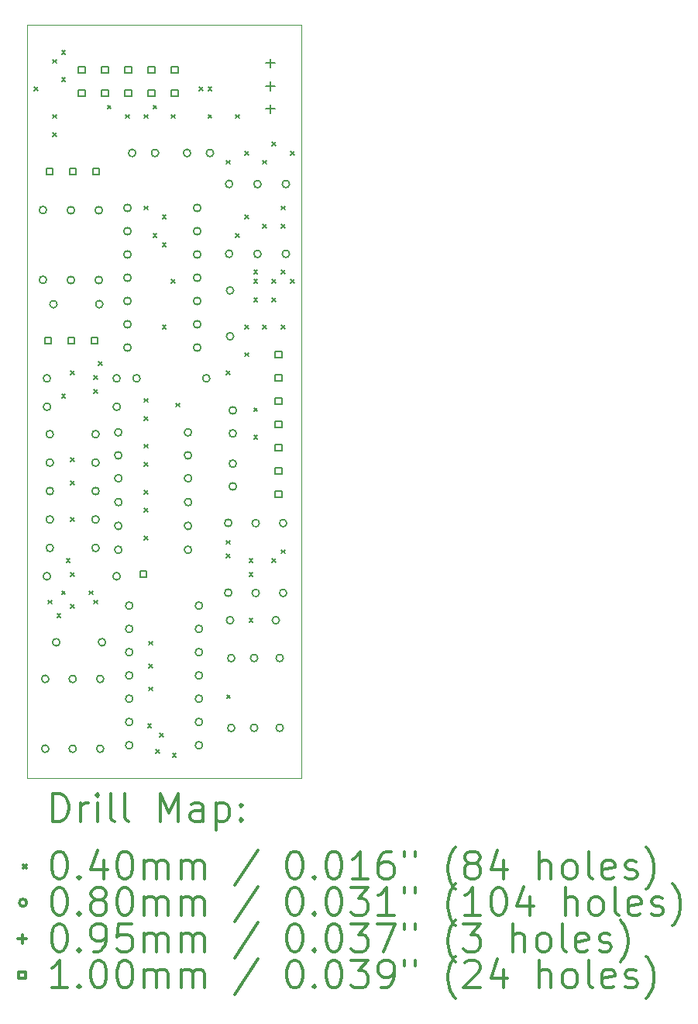
<source format=gbr>
%FSLAX45Y45*%
G04 Gerber Fmt 4.5, Leading zero omitted, Abs format (unit mm)*
G04 Created by KiCad (PCBNEW 5.1.9+dfsg1-1~bpo10+1) date 2022-03-11 22:21:22*
%MOMM*%
%LPD*%
G01*
G04 APERTURE LIST*
%TA.AperFunction,Profile*%
%ADD10C,0.050000*%
%TD*%
%ADD11C,0.200000*%
%ADD12C,0.300000*%
G04 APERTURE END LIST*
D10*
X13400000Y-13525000D02*
X13400000Y-5300000D01*
X10400000Y-13525000D02*
X13400000Y-13525000D01*
X10400000Y-5300000D02*
X10400000Y-13525000D01*
X10400000Y-5300000D02*
X13400000Y-5300000D01*
D11*
X10480000Y-5980000D02*
X10520000Y-6020000D01*
X10520000Y-5980000D02*
X10480000Y-6020000D01*
X10630000Y-11580000D02*
X10670000Y-11620000D01*
X10670000Y-11580000D02*
X10630000Y-11620000D01*
X10680000Y-5680000D02*
X10720000Y-5720000D01*
X10720000Y-5680000D02*
X10680000Y-5720000D01*
X10680000Y-6280000D02*
X10720000Y-6320000D01*
X10720000Y-6280000D02*
X10680000Y-6320000D01*
X10680000Y-6480000D02*
X10720000Y-6520000D01*
X10720000Y-6480000D02*
X10680000Y-6520000D01*
X10730000Y-11730000D02*
X10770000Y-11770000D01*
X10770000Y-11730000D02*
X10730000Y-11770000D01*
X10780000Y-5580000D02*
X10820000Y-5620000D01*
X10820000Y-5580000D02*
X10780000Y-5620000D01*
X10780000Y-5880000D02*
X10820000Y-5920000D01*
X10820000Y-5880000D02*
X10780000Y-5920000D01*
X10780000Y-9330000D02*
X10820000Y-9370000D01*
X10820000Y-9330000D02*
X10780000Y-9370000D01*
X10780000Y-11480000D02*
X10820000Y-11520000D01*
X10820000Y-11480000D02*
X10780000Y-11520000D01*
X10830000Y-11130000D02*
X10870000Y-11170000D01*
X10870000Y-11130000D02*
X10830000Y-11170000D01*
X10880000Y-9080000D02*
X10920000Y-9120000D01*
X10920000Y-9080000D02*
X10880000Y-9120000D01*
X10880000Y-10030000D02*
X10920000Y-10070000D01*
X10920000Y-10030000D02*
X10880000Y-10070000D01*
X10880000Y-10280000D02*
X10920000Y-10320000D01*
X10920000Y-10280000D02*
X10880000Y-10320000D01*
X10880000Y-10680000D02*
X10920000Y-10720000D01*
X10920000Y-10680000D02*
X10880000Y-10720000D01*
X10880000Y-11280000D02*
X10920000Y-11320000D01*
X10920000Y-11280000D02*
X10880000Y-11320000D01*
X10880000Y-11630000D02*
X10920000Y-11670000D01*
X10920000Y-11630000D02*
X10880000Y-11670000D01*
X11080000Y-11480000D02*
X11120000Y-11520000D01*
X11120000Y-11480000D02*
X11080000Y-11520000D01*
X11130000Y-9130000D02*
X11170000Y-9170000D01*
X11170000Y-9130000D02*
X11130000Y-9170000D01*
X11130000Y-9280000D02*
X11170000Y-9320000D01*
X11170000Y-9280000D02*
X11130000Y-9320000D01*
X11130000Y-11580000D02*
X11170000Y-11620000D01*
X11170000Y-11580000D02*
X11130000Y-11620000D01*
X11180000Y-8980000D02*
X11220000Y-9020000D01*
X11220000Y-8980000D02*
X11180000Y-9020000D01*
X11280000Y-6180000D02*
X11320000Y-6220000D01*
X11320000Y-6180000D02*
X11280000Y-6220000D01*
X11480000Y-6280000D02*
X11520000Y-6320000D01*
X11520000Y-6280000D02*
X11480000Y-6320000D01*
X11680000Y-6280000D02*
X11720000Y-6320000D01*
X11720000Y-6280000D02*
X11680000Y-6320000D01*
X11680000Y-7280000D02*
X11720000Y-7320000D01*
X11720000Y-7280000D02*
X11680000Y-7320000D01*
X11680000Y-9380000D02*
X11720000Y-9420000D01*
X11720000Y-9380000D02*
X11680000Y-9420000D01*
X11680000Y-9580000D02*
X11720000Y-9620000D01*
X11720000Y-9580000D02*
X11680000Y-9620000D01*
X11680000Y-9880000D02*
X11720000Y-9920000D01*
X11720000Y-9880000D02*
X11680000Y-9920000D01*
X11680000Y-10080000D02*
X11720000Y-10120000D01*
X11720000Y-10080000D02*
X11680000Y-10120000D01*
X11680000Y-10380000D02*
X11720000Y-10420000D01*
X11720000Y-10380000D02*
X11680000Y-10420000D01*
X11680000Y-10580000D02*
X11720000Y-10620000D01*
X11720000Y-10580000D02*
X11680000Y-10620000D01*
X11680000Y-10880000D02*
X11720000Y-10920000D01*
X11720000Y-10880000D02*
X11680000Y-10920000D01*
X11720000Y-12930000D02*
X11760000Y-12970000D01*
X11760000Y-12930000D02*
X11720000Y-12970000D01*
X11730000Y-12030000D02*
X11770000Y-12070000D01*
X11770000Y-12030000D02*
X11730000Y-12070000D01*
X11730000Y-12280000D02*
X11770000Y-12320000D01*
X11770000Y-12280000D02*
X11730000Y-12320000D01*
X11730000Y-12530000D02*
X11770000Y-12570000D01*
X11770000Y-12530000D02*
X11730000Y-12570000D01*
X11780000Y-6180000D02*
X11820000Y-6220000D01*
X11820000Y-6180000D02*
X11780000Y-6220000D01*
X11780000Y-7580000D02*
X11820000Y-7620000D01*
X11820000Y-7580000D02*
X11780000Y-7620000D01*
X11810000Y-13210000D02*
X11850000Y-13250000D01*
X11850000Y-13210000D02*
X11810000Y-13250000D01*
X11850000Y-13030000D02*
X11890000Y-13070000D01*
X11890000Y-13030000D02*
X11850000Y-13070000D01*
X11880000Y-7380000D02*
X11920000Y-7420000D01*
X11920000Y-7380000D02*
X11880000Y-7420000D01*
X11880000Y-7680000D02*
X11920000Y-7720000D01*
X11920000Y-7680000D02*
X11880000Y-7720000D01*
X11880000Y-8580000D02*
X11920000Y-8620000D01*
X11920000Y-8580000D02*
X11880000Y-8620000D01*
X11980000Y-6280000D02*
X12020000Y-6320000D01*
X12020000Y-6280000D02*
X11980000Y-6320000D01*
X11980000Y-8080000D02*
X12020000Y-8120000D01*
X12020000Y-8080000D02*
X11980000Y-8120000D01*
X11990000Y-13250000D02*
X12030000Y-13290000D01*
X12030000Y-13250000D02*
X11990000Y-13290000D01*
X12030000Y-9430000D02*
X12070000Y-9470000D01*
X12070000Y-9430000D02*
X12030000Y-9470000D01*
X12280000Y-5980000D02*
X12320000Y-6020000D01*
X12320000Y-5980000D02*
X12280000Y-6020000D01*
X12380000Y-5980000D02*
X12420000Y-6020000D01*
X12420000Y-5980000D02*
X12380000Y-6020000D01*
X12380000Y-6280000D02*
X12420000Y-6320000D01*
X12420000Y-6280000D02*
X12380000Y-6320000D01*
X12580000Y-6780000D02*
X12620000Y-6820000D01*
X12620000Y-6780000D02*
X12580000Y-6820000D01*
X12580000Y-9080000D02*
X12620000Y-9120000D01*
X12620000Y-9080000D02*
X12580000Y-9120000D01*
X12580000Y-10930000D02*
X12620000Y-10970000D01*
X12620000Y-10930000D02*
X12580000Y-10970000D01*
X12580000Y-11080000D02*
X12620000Y-11120000D01*
X12620000Y-11080000D02*
X12580000Y-11120000D01*
X12582700Y-12614150D02*
X12622700Y-12654150D01*
X12622700Y-12614150D02*
X12582700Y-12654150D01*
X12680000Y-6280000D02*
X12720000Y-6320000D01*
X12720000Y-6280000D02*
X12680000Y-6320000D01*
X12680000Y-7580000D02*
X12720000Y-7620000D01*
X12720000Y-7580000D02*
X12680000Y-7620000D01*
X12780000Y-6680000D02*
X12820000Y-6720000D01*
X12820000Y-6680000D02*
X12780000Y-6720000D01*
X12780000Y-7380000D02*
X12820000Y-7420000D01*
X12820000Y-7380000D02*
X12780000Y-7420000D01*
X12780000Y-8580000D02*
X12820000Y-8620000D01*
X12820000Y-8580000D02*
X12780000Y-8620000D01*
X12780000Y-8880000D02*
X12820000Y-8920000D01*
X12820000Y-8880000D02*
X12780000Y-8920000D01*
X12830000Y-11130000D02*
X12870000Y-11170000D01*
X12870000Y-11130000D02*
X12830000Y-11170000D01*
X12830000Y-11280000D02*
X12870000Y-11320000D01*
X12870000Y-11280000D02*
X12830000Y-11320000D01*
X12830000Y-11780000D02*
X12870000Y-11820000D01*
X12870000Y-11780000D02*
X12830000Y-11820000D01*
X12880000Y-7980000D02*
X12920000Y-8020000D01*
X12920000Y-7980000D02*
X12880000Y-8020000D01*
X12880000Y-8080000D02*
X12920000Y-8120000D01*
X12920000Y-8080000D02*
X12880000Y-8120000D01*
X12880000Y-8280000D02*
X12920000Y-8320000D01*
X12920000Y-8280000D02*
X12880000Y-8320000D01*
X12880000Y-9480000D02*
X12920000Y-9520000D01*
X12920000Y-9480000D02*
X12880000Y-9520000D01*
X12880000Y-9780000D02*
X12920000Y-9820000D01*
X12920000Y-9780000D02*
X12880000Y-9820000D01*
X12980000Y-6780000D02*
X13020000Y-6820000D01*
X13020000Y-6780000D02*
X12980000Y-6820000D01*
X12980000Y-7480000D02*
X13020000Y-7520000D01*
X13020000Y-7480000D02*
X12980000Y-7520000D01*
X12980000Y-8580000D02*
X13020000Y-8620000D01*
X13020000Y-8580000D02*
X12980000Y-8620000D01*
X13080000Y-6580000D02*
X13120000Y-6620000D01*
X13120000Y-6580000D02*
X13080000Y-6620000D01*
X13080000Y-8080000D02*
X13120000Y-8120000D01*
X13120000Y-8080000D02*
X13080000Y-8120000D01*
X13080000Y-8280000D02*
X13120000Y-8320000D01*
X13120000Y-8280000D02*
X13080000Y-8320000D01*
X13080000Y-11130000D02*
X13120000Y-11170000D01*
X13120000Y-11130000D02*
X13080000Y-11170000D01*
X13180000Y-7280000D02*
X13220000Y-7320000D01*
X13220000Y-7280000D02*
X13180000Y-7320000D01*
X13180000Y-7480000D02*
X13220000Y-7520000D01*
X13220000Y-7480000D02*
X13180000Y-7520000D01*
X13180000Y-7980000D02*
X13220000Y-8020000D01*
X13220000Y-7980000D02*
X13180000Y-8020000D01*
X13180000Y-8580000D02*
X13220000Y-8620000D01*
X13220000Y-8580000D02*
X13180000Y-8620000D01*
X13180000Y-11030000D02*
X13220000Y-11070000D01*
X13220000Y-11030000D02*
X13180000Y-11070000D01*
X13280000Y-6680000D02*
X13320000Y-6720000D01*
X13320000Y-6680000D02*
X13280000Y-6720000D01*
X13280000Y-8080000D02*
X13320000Y-8120000D01*
X13320000Y-8080000D02*
X13280000Y-8120000D01*
X10615000Y-7323000D02*
G75*
G03*
X10615000Y-7323000I-40000J0D01*
G01*
X10615000Y-8085000D02*
G75*
G03*
X10615000Y-8085000I-40000J0D01*
G01*
X10640000Y-12440000D02*
G75*
G03*
X10640000Y-12440000I-40000J0D01*
G01*
X10640000Y-13202000D02*
G75*
G03*
X10640000Y-13202000I-40000J0D01*
G01*
X10658000Y-9160000D02*
G75*
G03*
X10658000Y-9160000I-40000J0D01*
G01*
X10658000Y-11320000D02*
G75*
G03*
X10658000Y-11320000I-40000J0D01*
G01*
X10660000Y-9470000D02*
G75*
G03*
X10660000Y-9470000I-40000J0D01*
G01*
X10690000Y-9770000D02*
G75*
G03*
X10690000Y-9770000I-40000J0D01*
G01*
X10690000Y-10080000D02*
G75*
G03*
X10690000Y-10080000I-40000J0D01*
G01*
X10690000Y-10390000D02*
G75*
G03*
X10690000Y-10390000I-40000J0D01*
G01*
X10690000Y-10700000D02*
G75*
G03*
X10690000Y-10700000I-40000J0D01*
G01*
X10690000Y-11010000D02*
G75*
G03*
X10690000Y-11010000I-40000J0D01*
G01*
X10730000Y-8350000D02*
G75*
G03*
X10730000Y-8350000I-40000J0D01*
G01*
X10760000Y-12040000D02*
G75*
G03*
X10760000Y-12040000I-40000J0D01*
G01*
X10920000Y-7325000D02*
G75*
G03*
X10920000Y-7325000I-40000J0D01*
G01*
X10920000Y-8087000D02*
G75*
G03*
X10920000Y-8087000I-40000J0D01*
G01*
X10940000Y-12440000D02*
G75*
G03*
X10940000Y-12440000I-40000J0D01*
G01*
X10940000Y-13202000D02*
G75*
G03*
X10940000Y-13202000I-40000J0D01*
G01*
X11190000Y-9770000D02*
G75*
G03*
X11190000Y-9770000I-40000J0D01*
G01*
X11190000Y-10080000D02*
G75*
G03*
X11190000Y-10080000I-40000J0D01*
G01*
X11190000Y-10390000D02*
G75*
G03*
X11190000Y-10390000I-40000J0D01*
G01*
X11190000Y-10700000D02*
G75*
G03*
X11190000Y-10700000I-40000J0D01*
G01*
X11190000Y-11010000D02*
G75*
G03*
X11190000Y-11010000I-40000J0D01*
G01*
X11225000Y-7325000D02*
G75*
G03*
X11225000Y-7325000I-40000J0D01*
G01*
X11225000Y-8087000D02*
G75*
G03*
X11225000Y-8087000I-40000J0D01*
G01*
X11230000Y-8350000D02*
G75*
G03*
X11230000Y-8350000I-40000J0D01*
G01*
X11240000Y-12440000D02*
G75*
G03*
X11240000Y-12440000I-40000J0D01*
G01*
X11240000Y-13202000D02*
G75*
G03*
X11240000Y-13202000I-40000J0D01*
G01*
X11260000Y-12040000D02*
G75*
G03*
X11260000Y-12040000I-40000J0D01*
G01*
X11420000Y-9160000D02*
G75*
G03*
X11420000Y-9160000I-40000J0D01*
G01*
X11420000Y-11320000D02*
G75*
G03*
X11420000Y-11320000I-40000J0D01*
G01*
X11422000Y-9470000D02*
G75*
G03*
X11422000Y-9470000I-40000J0D01*
G01*
X11438000Y-9750000D02*
G75*
G03*
X11438000Y-9750000I-40000J0D01*
G01*
X11438000Y-10000000D02*
G75*
G03*
X11438000Y-10000000I-40000J0D01*
G01*
X11438000Y-10250000D02*
G75*
G03*
X11438000Y-10250000I-40000J0D01*
G01*
X11438000Y-10770000D02*
G75*
G03*
X11438000Y-10770000I-40000J0D01*
G01*
X11438000Y-11030000D02*
G75*
G03*
X11438000Y-11030000I-40000J0D01*
G01*
X11440000Y-10510000D02*
G75*
G03*
X11440000Y-10510000I-40000J0D01*
G01*
X11538000Y-7300000D02*
G75*
G03*
X11538000Y-7300000I-40000J0D01*
G01*
X11538000Y-7554000D02*
G75*
G03*
X11538000Y-7554000I-40000J0D01*
G01*
X11538000Y-7808000D02*
G75*
G03*
X11538000Y-7808000I-40000J0D01*
G01*
X11538000Y-8062000D02*
G75*
G03*
X11538000Y-8062000I-40000J0D01*
G01*
X11538000Y-8316000D02*
G75*
G03*
X11538000Y-8316000I-40000J0D01*
G01*
X11538000Y-8570000D02*
G75*
G03*
X11538000Y-8570000I-40000J0D01*
G01*
X11538000Y-8824000D02*
G75*
G03*
X11538000Y-8824000I-40000J0D01*
G01*
X11558000Y-11640000D02*
G75*
G03*
X11558000Y-11640000I-40000J0D01*
G01*
X11558000Y-11894000D02*
G75*
G03*
X11558000Y-11894000I-40000J0D01*
G01*
X11558000Y-12148000D02*
G75*
G03*
X11558000Y-12148000I-40000J0D01*
G01*
X11558000Y-12402000D02*
G75*
G03*
X11558000Y-12402000I-40000J0D01*
G01*
X11558000Y-12656000D02*
G75*
G03*
X11558000Y-12656000I-40000J0D01*
G01*
X11558000Y-12910000D02*
G75*
G03*
X11558000Y-12910000I-40000J0D01*
G01*
X11558000Y-13164000D02*
G75*
G03*
X11558000Y-13164000I-40000J0D01*
G01*
X11590000Y-6700000D02*
G75*
G03*
X11590000Y-6700000I-40000J0D01*
G01*
X11638000Y-9160000D02*
G75*
G03*
X11638000Y-9160000I-40000J0D01*
G01*
X11840000Y-6700000D02*
G75*
G03*
X11840000Y-6700000I-40000J0D01*
G01*
X12190000Y-6700000D02*
G75*
G03*
X12190000Y-6700000I-40000J0D01*
G01*
X12200000Y-9750000D02*
G75*
G03*
X12200000Y-9750000I-40000J0D01*
G01*
X12200000Y-10000000D02*
G75*
G03*
X12200000Y-10000000I-40000J0D01*
G01*
X12200000Y-10250000D02*
G75*
G03*
X12200000Y-10250000I-40000J0D01*
G01*
X12200000Y-10770000D02*
G75*
G03*
X12200000Y-10770000I-40000J0D01*
G01*
X12200000Y-11030000D02*
G75*
G03*
X12200000Y-11030000I-40000J0D01*
G01*
X12202000Y-10510000D02*
G75*
G03*
X12202000Y-10510000I-40000J0D01*
G01*
X12300000Y-7300000D02*
G75*
G03*
X12300000Y-7300000I-40000J0D01*
G01*
X12300000Y-7554000D02*
G75*
G03*
X12300000Y-7554000I-40000J0D01*
G01*
X12300000Y-7808000D02*
G75*
G03*
X12300000Y-7808000I-40000J0D01*
G01*
X12300000Y-8062000D02*
G75*
G03*
X12300000Y-8062000I-40000J0D01*
G01*
X12300000Y-8316000D02*
G75*
G03*
X12300000Y-8316000I-40000J0D01*
G01*
X12300000Y-8570000D02*
G75*
G03*
X12300000Y-8570000I-40000J0D01*
G01*
X12300000Y-8824000D02*
G75*
G03*
X12300000Y-8824000I-40000J0D01*
G01*
X12320000Y-11640000D02*
G75*
G03*
X12320000Y-11640000I-40000J0D01*
G01*
X12320000Y-11894000D02*
G75*
G03*
X12320000Y-11894000I-40000J0D01*
G01*
X12320000Y-12148000D02*
G75*
G03*
X12320000Y-12148000I-40000J0D01*
G01*
X12320000Y-12402000D02*
G75*
G03*
X12320000Y-12402000I-40000J0D01*
G01*
X12320000Y-12656000D02*
G75*
G03*
X12320000Y-12656000I-40000J0D01*
G01*
X12320000Y-12910000D02*
G75*
G03*
X12320000Y-12910000I-40000J0D01*
G01*
X12320000Y-13164000D02*
G75*
G03*
X12320000Y-13164000I-40000J0D01*
G01*
X12400000Y-9160000D02*
G75*
G03*
X12400000Y-9160000I-40000J0D01*
G01*
X12440000Y-6700000D02*
G75*
G03*
X12440000Y-6700000I-40000J0D01*
G01*
X12640000Y-10738000D02*
G75*
G03*
X12640000Y-10738000I-40000J0D01*
G01*
X12640000Y-11500000D02*
G75*
G03*
X12640000Y-11500000I-40000J0D01*
G01*
X12650000Y-7038000D02*
G75*
G03*
X12650000Y-7038000I-40000J0D01*
G01*
X12650000Y-7800000D02*
G75*
G03*
X12650000Y-7800000I-40000J0D01*
G01*
X12660000Y-8200000D02*
G75*
G03*
X12660000Y-8200000I-40000J0D01*
G01*
X12660000Y-8700000D02*
G75*
G03*
X12660000Y-8700000I-40000J0D01*
G01*
X12660000Y-11800000D02*
G75*
G03*
X12660000Y-11800000I-40000J0D01*
G01*
X12672700Y-12214150D02*
G75*
G03*
X12672700Y-12214150I-40000J0D01*
G01*
X12672700Y-12976150D02*
G75*
G03*
X12672700Y-12976150I-40000J0D01*
G01*
X12690000Y-9510000D02*
G75*
G03*
X12690000Y-9510000I-40000J0D01*
G01*
X12690000Y-9760000D02*
G75*
G03*
X12690000Y-9760000I-40000J0D01*
G01*
X12690000Y-10090000D02*
G75*
G03*
X12690000Y-10090000I-40000J0D01*
G01*
X12690000Y-10340000D02*
G75*
G03*
X12690000Y-10340000I-40000J0D01*
G01*
X12922700Y-12212150D02*
G75*
G03*
X12922700Y-12212150I-40000J0D01*
G01*
X12922700Y-12974150D02*
G75*
G03*
X12922700Y-12974150I-40000J0D01*
G01*
X12940000Y-10740000D02*
G75*
G03*
X12940000Y-10740000I-40000J0D01*
G01*
X12940000Y-11502000D02*
G75*
G03*
X12940000Y-11502000I-40000J0D01*
G01*
X12960000Y-7040000D02*
G75*
G03*
X12960000Y-7040000I-40000J0D01*
G01*
X12960000Y-7802000D02*
G75*
G03*
X12960000Y-7802000I-40000J0D01*
G01*
X13160000Y-11800000D02*
G75*
G03*
X13160000Y-11800000I-40000J0D01*
G01*
X13202700Y-12212150D02*
G75*
G03*
X13202700Y-12212150I-40000J0D01*
G01*
X13202700Y-12974150D02*
G75*
G03*
X13202700Y-12974150I-40000J0D01*
G01*
X13240000Y-10740000D02*
G75*
G03*
X13240000Y-10740000I-40000J0D01*
G01*
X13240000Y-11502000D02*
G75*
G03*
X13240000Y-11502000I-40000J0D01*
G01*
X13270000Y-7038000D02*
G75*
G03*
X13270000Y-7038000I-40000J0D01*
G01*
X13270000Y-7800000D02*
G75*
G03*
X13270000Y-7800000I-40000J0D01*
G01*
X13060000Y-5672500D02*
X13060000Y-5767500D01*
X13012500Y-5720000D02*
X13107500Y-5720000D01*
X13060000Y-5922500D02*
X13060000Y-6017500D01*
X13012500Y-5970000D02*
X13107500Y-5970000D01*
X13060000Y-6172500D02*
X13060000Y-6267500D01*
X13012500Y-6220000D02*
X13107500Y-6220000D01*
X10667356Y-8785356D02*
X10667356Y-8714644D01*
X10596644Y-8714644D01*
X10596644Y-8785356D01*
X10667356Y-8785356D01*
X10685356Y-6935356D02*
X10685356Y-6864644D01*
X10614644Y-6864644D01*
X10614644Y-6935356D01*
X10685356Y-6935356D01*
X10921356Y-8785356D02*
X10921356Y-8714644D01*
X10850644Y-8714644D01*
X10850644Y-8785356D01*
X10921356Y-8785356D01*
X10939356Y-6935356D02*
X10939356Y-6864644D01*
X10868644Y-6864644D01*
X10868644Y-6935356D01*
X10939356Y-6935356D01*
X11035356Y-5825356D02*
X11035356Y-5754644D01*
X10964644Y-5754644D01*
X10964644Y-5825356D01*
X11035356Y-5825356D01*
X11035356Y-6079356D02*
X11035356Y-6008644D01*
X10964644Y-6008644D01*
X10964644Y-6079356D01*
X11035356Y-6079356D01*
X11175356Y-8785356D02*
X11175356Y-8714644D01*
X11104644Y-8714644D01*
X11104644Y-8785356D01*
X11175356Y-8785356D01*
X11193356Y-6935356D02*
X11193356Y-6864644D01*
X11122644Y-6864644D01*
X11122644Y-6935356D01*
X11193356Y-6935356D01*
X11289356Y-5825356D02*
X11289356Y-5754644D01*
X11218644Y-5754644D01*
X11218644Y-5825356D01*
X11289356Y-5825356D01*
X11289356Y-6079356D02*
X11289356Y-6008644D01*
X11218644Y-6008644D01*
X11218644Y-6079356D01*
X11289356Y-6079356D01*
X11543356Y-5825356D02*
X11543356Y-5754644D01*
X11472644Y-5754644D01*
X11472644Y-5825356D01*
X11543356Y-5825356D01*
X11543356Y-6079356D02*
X11543356Y-6008644D01*
X11472644Y-6008644D01*
X11472644Y-6079356D01*
X11543356Y-6079356D01*
X11706656Y-11333356D02*
X11706656Y-11262644D01*
X11635944Y-11262644D01*
X11635944Y-11333356D01*
X11706656Y-11333356D01*
X11797356Y-5825356D02*
X11797356Y-5754644D01*
X11726644Y-5754644D01*
X11726644Y-5825356D01*
X11797356Y-5825356D01*
X11797356Y-6079356D02*
X11797356Y-6008644D01*
X11726644Y-6008644D01*
X11726644Y-6079356D01*
X11797356Y-6079356D01*
X12051356Y-5825356D02*
X12051356Y-5754644D01*
X11980644Y-5754644D01*
X11980644Y-5825356D01*
X12051356Y-5825356D01*
X12051356Y-6079356D02*
X12051356Y-6008644D01*
X11980644Y-6008644D01*
X11980644Y-6079356D01*
X12051356Y-6079356D01*
X13185356Y-8935356D02*
X13185356Y-8864644D01*
X13114644Y-8864644D01*
X13114644Y-8935356D01*
X13185356Y-8935356D01*
X13185356Y-9189356D02*
X13185356Y-9118644D01*
X13114644Y-9118644D01*
X13114644Y-9189356D01*
X13185356Y-9189356D01*
X13185356Y-9443356D02*
X13185356Y-9372644D01*
X13114644Y-9372644D01*
X13114644Y-9443356D01*
X13185356Y-9443356D01*
X13185356Y-9697356D02*
X13185356Y-9626644D01*
X13114644Y-9626644D01*
X13114644Y-9697356D01*
X13185356Y-9697356D01*
X13185356Y-9951356D02*
X13185356Y-9880644D01*
X13114644Y-9880644D01*
X13114644Y-9951356D01*
X13185356Y-9951356D01*
X13185356Y-10205356D02*
X13185356Y-10134644D01*
X13114644Y-10134644D01*
X13114644Y-10205356D01*
X13185356Y-10205356D01*
X13185356Y-10459356D02*
X13185356Y-10388644D01*
X13114644Y-10388644D01*
X13114644Y-10459356D01*
X13185356Y-10459356D01*
D12*
X10683928Y-13993214D02*
X10683928Y-13693214D01*
X10755357Y-13693214D01*
X10798214Y-13707500D01*
X10826786Y-13736071D01*
X10841071Y-13764643D01*
X10855357Y-13821786D01*
X10855357Y-13864643D01*
X10841071Y-13921786D01*
X10826786Y-13950357D01*
X10798214Y-13978929D01*
X10755357Y-13993214D01*
X10683928Y-13993214D01*
X10983928Y-13993214D02*
X10983928Y-13793214D01*
X10983928Y-13850357D02*
X10998214Y-13821786D01*
X11012500Y-13807500D01*
X11041071Y-13793214D01*
X11069643Y-13793214D01*
X11169643Y-13993214D02*
X11169643Y-13793214D01*
X11169643Y-13693214D02*
X11155357Y-13707500D01*
X11169643Y-13721786D01*
X11183928Y-13707500D01*
X11169643Y-13693214D01*
X11169643Y-13721786D01*
X11355357Y-13993214D02*
X11326786Y-13978929D01*
X11312500Y-13950357D01*
X11312500Y-13693214D01*
X11512500Y-13993214D02*
X11483928Y-13978929D01*
X11469643Y-13950357D01*
X11469643Y-13693214D01*
X11855357Y-13993214D02*
X11855357Y-13693214D01*
X11955357Y-13907500D01*
X12055357Y-13693214D01*
X12055357Y-13993214D01*
X12326786Y-13993214D02*
X12326786Y-13836071D01*
X12312500Y-13807500D01*
X12283928Y-13793214D01*
X12226786Y-13793214D01*
X12198214Y-13807500D01*
X12326786Y-13978929D02*
X12298214Y-13993214D01*
X12226786Y-13993214D01*
X12198214Y-13978929D01*
X12183928Y-13950357D01*
X12183928Y-13921786D01*
X12198214Y-13893214D01*
X12226786Y-13878929D01*
X12298214Y-13878929D01*
X12326786Y-13864643D01*
X12469643Y-13793214D02*
X12469643Y-14093214D01*
X12469643Y-13807500D02*
X12498214Y-13793214D01*
X12555357Y-13793214D01*
X12583928Y-13807500D01*
X12598214Y-13821786D01*
X12612500Y-13850357D01*
X12612500Y-13936071D01*
X12598214Y-13964643D01*
X12583928Y-13978929D01*
X12555357Y-13993214D01*
X12498214Y-13993214D01*
X12469643Y-13978929D01*
X12741071Y-13964643D02*
X12755357Y-13978929D01*
X12741071Y-13993214D01*
X12726786Y-13978929D01*
X12741071Y-13964643D01*
X12741071Y-13993214D01*
X12741071Y-13807500D02*
X12755357Y-13821786D01*
X12741071Y-13836071D01*
X12726786Y-13821786D01*
X12741071Y-13807500D01*
X12741071Y-13836071D01*
X10357500Y-14467500D02*
X10397500Y-14507500D01*
X10397500Y-14467500D02*
X10357500Y-14507500D01*
X10741071Y-14323214D02*
X10769643Y-14323214D01*
X10798214Y-14337500D01*
X10812500Y-14351786D01*
X10826786Y-14380357D01*
X10841071Y-14437500D01*
X10841071Y-14508929D01*
X10826786Y-14566071D01*
X10812500Y-14594643D01*
X10798214Y-14608929D01*
X10769643Y-14623214D01*
X10741071Y-14623214D01*
X10712500Y-14608929D01*
X10698214Y-14594643D01*
X10683928Y-14566071D01*
X10669643Y-14508929D01*
X10669643Y-14437500D01*
X10683928Y-14380357D01*
X10698214Y-14351786D01*
X10712500Y-14337500D01*
X10741071Y-14323214D01*
X10969643Y-14594643D02*
X10983928Y-14608929D01*
X10969643Y-14623214D01*
X10955357Y-14608929D01*
X10969643Y-14594643D01*
X10969643Y-14623214D01*
X11241071Y-14423214D02*
X11241071Y-14623214D01*
X11169643Y-14308929D02*
X11098214Y-14523214D01*
X11283928Y-14523214D01*
X11455357Y-14323214D02*
X11483928Y-14323214D01*
X11512500Y-14337500D01*
X11526786Y-14351786D01*
X11541071Y-14380357D01*
X11555357Y-14437500D01*
X11555357Y-14508929D01*
X11541071Y-14566071D01*
X11526786Y-14594643D01*
X11512500Y-14608929D01*
X11483928Y-14623214D01*
X11455357Y-14623214D01*
X11426786Y-14608929D01*
X11412500Y-14594643D01*
X11398214Y-14566071D01*
X11383928Y-14508929D01*
X11383928Y-14437500D01*
X11398214Y-14380357D01*
X11412500Y-14351786D01*
X11426786Y-14337500D01*
X11455357Y-14323214D01*
X11683928Y-14623214D02*
X11683928Y-14423214D01*
X11683928Y-14451786D02*
X11698214Y-14437500D01*
X11726786Y-14423214D01*
X11769643Y-14423214D01*
X11798214Y-14437500D01*
X11812500Y-14466071D01*
X11812500Y-14623214D01*
X11812500Y-14466071D02*
X11826786Y-14437500D01*
X11855357Y-14423214D01*
X11898214Y-14423214D01*
X11926786Y-14437500D01*
X11941071Y-14466071D01*
X11941071Y-14623214D01*
X12083928Y-14623214D02*
X12083928Y-14423214D01*
X12083928Y-14451786D02*
X12098214Y-14437500D01*
X12126786Y-14423214D01*
X12169643Y-14423214D01*
X12198214Y-14437500D01*
X12212500Y-14466071D01*
X12212500Y-14623214D01*
X12212500Y-14466071D02*
X12226786Y-14437500D01*
X12255357Y-14423214D01*
X12298214Y-14423214D01*
X12326786Y-14437500D01*
X12341071Y-14466071D01*
X12341071Y-14623214D01*
X12926786Y-14308929D02*
X12669643Y-14694643D01*
X13312500Y-14323214D02*
X13341071Y-14323214D01*
X13369643Y-14337500D01*
X13383928Y-14351786D01*
X13398214Y-14380357D01*
X13412500Y-14437500D01*
X13412500Y-14508929D01*
X13398214Y-14566071D01*
X13383928Y-14594643D01*
X13369643Y-14608929D01*
X13341071Y-14623214D01*
X13312500Y-14623214D01*
X13283928Y-14608929D01*
X13269643Y-14594643D01*
X13255357Y-14566071D01*
X13241071Y-14508929D01*
X13241071Y-14437500D01*
X13255357Y-14380357D01*
X13269643Y-14351786D01*
X13283928Y-14337500D01*
X13312500Y-14323214D01*
X13541071Y-14594643D02*
X13555357Y-14608929D01*
X13541071Y-14623214D01*
X13526786Y-14608929D01*
X13541071Y-14594643D01*
X13541071Y-14623214D01*
X13741071Y-14323214D02*
X13769643Y-14323214D01*
X13798214Y-14337500D01*
X13812500Y-14351786D01*
X13826786Y-14380357D01*
X13841071Y-14437500D01*
X13841071Y-14508929D01*
X13826786Y-14566071D01*
X13812500Y-14594643D01*
X13798214Y-14608929D01*
X13769643Y-14623214D01*
X13741071Y-14623214D01*
X13712500Y-14608929D01*
X13698214Y-14594643D01*
X13683928Y-14566071D01*
X13669643Y-14508929D01*
X13669643Y-14437500D01*
X13683928Y-14380357D01*
X13698214Y-14351786D01*
X13712500Y-14337500D01*
X13741071Y-14323214D01*
X14126786Y-14623214D02*
X13955357Y-14623214D01*
X14041071Y-14623214D02*
X14041071Y-14323214D01*
X14012500Y-14366071D01*
X13983928Y-14394643D01*
X13955357Y-14408929D01*
X14383928Y-14323214D02*
X14326786Y-14323214D01*
X14298214Y-14337500D01*
X14283928Y-14351786D01*
X14255357Y-14394643D01*
X14241071Y-14451786D01*
X14241071Y-14566071D01*
X14255357Y-14594643D01*
X14269643Y-14608929D01*
X14298214Y-14623214D01*
X14355357Y-14623214D01*
X14383928Y-14608929D01*
X14398214Y-14594643D01*
X14412500Y-14566071D01*
X14412500Y-14494643D01*
X14398214Y-14466071D01*
X14383928Y-14451786D01*
X14355357Y-14437500D01*
X14298214Y-14437500D01*
X14269643Y-14451786D01*
X14255357Y-14466071D01*
X14241071Y-14494643D01*
X14526786Y-14323214D02*
X14526786Y-14380357D01*
X14641071Y-14323214D02*
X14641071Y-14380357D01*
X15083928Y-14737500D02*
X15069643Y-14723214D01*
X15041071Y-14680357D01*
X15026786Y-14651786D01*
X15012500Y-14608929D01*
X14998214Y-14537500D01*
X14998214Y-14480357D01*
X15012500Y-14408929D01*
X15026786Y-14366071D01*
X15041071Y-14337500D01*
X15069643Y-14294643D01*
X15083928Y-14280357D01*
X15241071Y-14451786D02*
X15212500Y-14437500D01*
X15198214Y-14423214D01*
X15183928Y-14394643D01*
X15183928Y-14380357D01*
X15198214Y-14351786D01*
X15212500Y-14337500D01*
X15241071Y-14323214D01*
X15298214Y-14323214D01*
X15326786Y-14337500D01*
X15341071Y-14351786D01*
X15355357Y-14380357D01*
X15355357Y-14394643D01*
X15341071Y-14423214D01*
X15326786Y-14437500D01*
X15298214Y-14451786D01*
X15241071Y-14451786D01*
X15212500Y-14466071D01*
X15198214Y-14480357D01*
X15183928Y-14508929D01*
X15183928Y-14566071D01*
X15198214Y-14594643D01*
X15212500Y-14608929D01*
X15241071Y-14623214D01*
X15298214Y-14623214D01*
X15326786Y-14608929D01*
X15341071Y-14594643D01*
X15355357Y-14566071D01*
X15355357Y-14508929D01*
X15341071Y-14480357D01*
X15326786Y-14466071D01*
X15298214Y-14451786D01*
X15612500Y-14423214D02*
X15612500Y-14623214D01*
X15541071Y-14308929D02*
X15469643Y-14523214D01*
X15655357Y-14523214D01*
X15998214Y-14623214D02*
X15998214Y-14323214D01*
X16126786Y-14623214D02*
X16126786Y-14466071D01*
X16112500Y-14437500D01*
X16083928Y-14423214D01*
X16041071Y-14423214D01*
X16012500Y-14437500D01*
X15998214Y-14451786D01*
X16312500Y-14623214D02*
X16283928Y-14608929D01*
X16269643Y-14594643D01*
X16255357Y-14566071D01*
X16255357Y-14480357D01*
X16269643Y-14451786D01*
X16283928Y-14437500D01*
X16312500Y-14423214D01*
X16355357Y-14423214D01*
X16383928Y-14437500D01*
X16398214Y-14451786D01*
X16412500Y-14480357D01*
X16412500Y-14566071D01*
X16398214Y-14594643D01*
X16383928Y-14608929D01*
X16355357Y-14623214D01*
X16312500Y-14623214D01*
X16583928Y-14623214D02*
X16555357Y-14608929D01*
X16541071Y-14580357D01*
X16541071Y-14323214D01*
X16812500Y-14608929D02*
X16783928Y-14623214D01*
X16726786Y-14623214D01*
X16698214Y-14608929D01*
X16683928Y-14580357D01*
X16683928Y-14466071D01*
X16698214Y-14437500D01*
X16726786Y-14423214D01*
X16783928Y-14423214D01*
X16812500Y-14437500D01*
X16826786Y-14466071D01*
X16826786Y-14494643D01*
X16683928Y-14523214D01*
X16941071Y-14608929D02*
X16969643Y-14623214D01*
X17026786Y-14623214D01*
X17055357Y-14608929D01*
X17069643Y-14580357D01*
X17069643Y-14566071D01*
X17055357Y-14537500D01*
X17026786Y-14523214D01*
X16983928Y-14523214D01*
X16955357Y-14508929D01*
X16941071Y-14480357D01*
X16941071Y-14466071D01*
X16955357Y-14437500D01*
X16983928Y-14423214D01*
X17026786Y-14423214D01*
X17055357Y-14437500D01*
X17169643Y-14737500D02*
X17183928Y-14723214D01*
X17212500Y-14680357D01*
X17226786Y-14651786D01*
X17241071Y-14608929D01*
X17255357Y-14537500D01*
X17255357Y-14480357D01*
X17241071Y-14408929D01*
X17226786Y-14366071D01*
X17212500Y-14337500D01*
X17183928Y-14294643D01*
X17169643Y-14280357D01*
X10397500Y-14883500D02*
G75*
G03*
X10397500Y-14883500I-40000J0D01*
G01*
X10741071Y-14719214D02*
X10769643Y-14719214D01*
X10798214Y-14733500D01*
X10812500Y-14747786D01*
X10826786Y-14776357D01*
X10841071Y-14833500D01*
X10841071Y-14904929D01*
X10826786Y-14962071D01*
X10812500Y-14990643D01*
X10798214Y-15004929D01*
X10769643Y-15019214D01*
X10741071Y-15019214D01*
X10712500Y-15004929D01*
X10698214Y-14990643D01*
X10683928Y-14962071D01*
X10669643Y-14904929D01*
X10669643Y-14833500D01*
X10683928Y-14776357D01*
X10698214Y-14747786D01*
X10712500Y-14733500D01*
X10741071Y-14719214D01*
X10969643Y-14990643D02*
X10983928Y-15004929D01*
X10969643Y-15019214D01*
X10955357Y-15004929D01*
X10969643Y-14990643D01*
X10969643Y-15019214D01*
X11155357Y-14847786D02*
X11126786Y-14833500D01*
X11112500Y-14819214D01*
X11098214Y-14790643D01*
X11098214Y-14776357D01*
X11112500Y-14747786D01*
X11126786Y-14733500D01*
X11155357Y-14719214D01*
X11212500Y-14719214D01*
X11241071Y-14733500D01*
X11255357Y-14747786D01*
X11269643Y-14776357D01*
X11269643Y-14790643D01*
X11255357Y-14819214D01*
X11241071Y-14833500D01*
X11212500Y-14847786D01*
X11155357Y-14847786D01*
X11126786Y-14862071D01*
X11112500Y-14876357D01*
X11098214Y-14904929D01*
X11098214Y-14962071D01*
X11112500Y-14990643D01*
X11126786Y-15004929D01*
X11155357Y-15019214D01*
X11212500Y-15019214D01*
X11241071Y-15004929D01*
X11255357Y-14990643D01*
X11269643Y-14962071D01*
X11269643Y-14904929D01*
X11255357Y-14876357D01*
X11241071Y-14862071D01*
X11212500Y-14847786D01*
X11455357Y-14719214D02*
X11483928Y-14719214D01*
X11512500Y-14733500D01*
X11526786Y-14747786D01*
X11541071Y-14776357D01*
X11555357Y-14833500D01*
X11555357Y-14904929D01*
X11541071Y-14962071D01*
X11526786Y-14990643D01*
X11512500Y-15004929D01*
X11483928Y-15019214D01*
X11455357Y-15019214D01*
X11426786Y-15004929D01*
X11412500Y-14990643D01*
X11398214Y-14962071D01*
X11383928Y-14904929D01*
X11383928Y-14833500D01*
X11398214Y-14776357D01*
X11412500Y-14747786D01*
X11426786Y-14733500D01*
X11455357Y-14719214D01*
X11683928Y-15019214D02*
X11683928Y-14819214D01*
X11683928Y-14847786D02*
X11698214Y-14833500D01*
X11726786Y-14819214D01*
X11769643Y-14819214D01*
X11798214Y-14833500D01*
X11812500Y-14862071D01*
X11812500Y-15019214D01*
X11812500Y-14862071D02*
X11826786Y-14833500D01*
X11855357Y-14819214D01*
X11898214Y-14819214D01*
X11926786Y-14833500D01*
X11941071Y-14862071D01*
X11941071Y-15019214D01*
X12083928Y-15019214D02*
X12083928Y-14819214D01*
X12083928Y-14847786D02*
X12098214Y-14833500D01*
X12126786Y-14819214D01*
X12169643Y-14819214D01*
X12198214Y-14833500D01*
X12212500Y-14862071D01*
X12212500Y-15019214D01*
X12212500Y-14862071D02*
X12226786Y-14833500D01*
X12255357Y-14819214D01*
X12298214Y-14819214D01*
X12326786Y-14833500D01*
X12341071Y-14862071D01*
X12341071Y-15019214D01*
X12926786Y-14704929D02*
X12669643Y-15090643D01*
X13312500Y-14719214D02*
X13341071Y-14719214D01*
X13369643Y-14733500D01*
X13383928Y-14747786D01*
X13398214Y-14776357D01*
X13412500Y-14833500D01*
X13412500Y-14904929D01*
X13398214Y-14962071D01*
X13383928Y-14990643D01*
X13369643Y-15004929D01*
X13341071Y-15019214D01*
X13312500Y-15019214D01*
X13283928Y-15004929D01*
X13269643Y-14990643D01*
X13255357Y-14962071D01*
X13241071Y-14904929D01*
X13241071Y-14833500D01*
X13255357Y-14776357D01*
X13269643Y-14747786D01*
X13283928Y-14733500D01*
X13312500Y-14719214D01*
X13541071Y-14990643D02*
X13555357Y-15004929D01*
X13541071Y-15019214D01*
X13526786Y-15004929D01*
X13541071Y-14990643D01*
X13541071Y-15019214D01*
X13741071Y-14719214D02*
X13769643Y-14719214D01*
X13798214Y-14733500D01*
X13812500Y-14747786D01*
X13826786Y-14776357D01*
X13841071Y-14833500D01*
X13841071Y-14904929D01*
X13826786Y-14962071D01*
X13812500Y-14990643D01*
X13798214Y-15004929D01*
X13769643Y-15019214D01*
X13741071Y-15019214D01*
X13712500Y-15004929D01*
X13698214Y-14990643D01*
X13683928Y-14962071D01*
X13669643Y-14904929D01*
X13669643Y-14833500D01*
X13683928Y-14776357D01*
X13698214Y-14747786D01*
X13712500Y-14733500D01*
X13741071Y-14719214D01*
X13941071Y-14719214D02*
X14126786Y-14719214D01*
X14026786Y-14833500D01*
X14069643Y-14833500D01*
X14098214Y-14847786D01*
X14112500Y-14862071D01*
X14126786Y-14890643D01*
X14126786Y-14962071D01*
X14112500Y-14990643D01*
X14098214Y-15004929D01*
X14069643Y-15019214D01*
X13983928Y-15019214D01*
X13955357Y-15004929D01*
X13941071Y-14990643D01*
X14412500Y-15019214D02*
X14241071Y-15019214D01*
X14326786Y-15019214D02*
X14326786Y-14719214D01*
X14298214Y-14762071D01*
X14269643Y-14790643D01*
X14241071Y-14804929D01*
X14526786Y-14719214D02*
X14526786Y-14776357D01*
X14641071Y-14719214D02*
X14641071Y-14776357D01*
X15083928Y-15133500D02*
X15069643Y-15119214D01*
X15041071Y-15076357D01*
X15026786Y-15047786D01*
X15012500Y-15004929D01*
X14998214Y-14933500D01*
X14998214Y-14876357D01*
X15012500Y-14804929D01*
X15026786Y-14762071D01*
X15041071Y-14733500D01*
X15069643Y-14690643D01*
X15083928Y-14676357D01*
X15355357Y-15019214D02*
X15183928Y-15019214D01*
X15269643Y-15019214D02*
X15269643Y-14719214D01*
X15241071Y-14762071D01*
X15212500Y-14790643D01*
X15183928Y-14804929D01*
X15541071Y-14719214D02*
X15569643Y-14719214D01*
X15598214Y-14733500D01*
X15612500Y-14747786D01*
X15626786Y-14776357D01*
X15641071Y-14833500D01*
X15641071Y-14904929D01*
X15626786Y-14962071D01*
X15612500Y-14990643D01*
X15598214Y-15004929D01*
X15569643Y-15019214D01*
X15541071Y-15019214D01*
X15512500Y-15004929D01*
X15498214Y-14990643D01*
X15483928Y-14962071D01*
X15469643Y-14904929D01*
X15469643Y-14833500D01*
X15483928Y-14776357D01*
X15498214Y-14747786D01*
X15512500Y-14733500D01*
X15541071Y-14719214D01*
X15898214Y-14819214D02*
X15898214Y-15019214D01*
X15826786Y-14704929D02*
X15755357Y-14919214D01*
X15941071Y-14919214D01*
X16283928Y-15019214D02*
X16283928Y-14719214D01*
X16412500Y-15019214D02*
X16412500Y-14862071D01*
X16398214Y-14833500D01*
X16369643Y-14819214D01*
X16326786Y-14819214D01*
X16298214Y-14833500D01*
X16283928Y-14847786D01*
X16598214Y-15019214D02*
X16569643Y-15004929D01*
X16555357Y-14990643D01*
X16541071Y-14962071D01*
X16541071Y-14876357D01*
X16555357Y-14847786D01*
X16569643Y-14833500D01*
X16598214Y-14819214D01*
X16641071Y-14819214D01*
X16669643Y-14833500D01*
X16683928Y-14847786D01*
X16698214Y-14876357D01*
X16698214Y-14962071D01*
X16683928Y-14990643D01*
X16669643Y-15004929D01*
X16641071Y-15019214D01*
X16598214Y-15019214D01*
X16869643Y-15019214D02*
X16841071Y-15004929D01*
X16826786Y-14976357D01*
X16826786Y-14719214D01*
X17098214Y-15004929D02*
X17069643Y-15019214D01*
X17012500Y-15019214D01*
X16983928Y-15004929D01*
X16969643Y-14976357D01*
X16969643Y-14862071D01*
X16983928Y-14833500D01*
X17012500Y-14819214D01*
X17069643Y-14819214D01*
X17098214Y-14833500D01*
X17112500Y-14862071D01*
X17112500Y-14890643D01*
X16969643Y-14919214D01*
X17226786Y-15004929D02*
X17255357Y-15019214D01*
X17312500Y-15019214D01*
X17341071Y-15004929D01*
X17355357Y-14976357D01*
X17355357Y-14962071D01*
X17341071Y-14933500D01*
X17312500Y-14919214D01*
X17269643Y-14919214D01*
X17241071Y-14904929D01*
X17226786Y-14876357D01*
X17226786Y-14862071D01*
X17241071Y-14833500D01*
X17269643Y-14819214D01*
X17312500Y-14819214D01*
X17341071Y-14833500D01*
X17455357Y-15133500D02*
X17469643Y-15119214D01*
X17498214Y-15076357D01*
X17512500Y-15047786D01*
X17526786Y-15004929D01*
X17541071Y-14933500D01*
X17541071Y-14876357D01*
X17526786Y-14804929D01*
X17512500Y-14762071D01*
X17498214Y-14733500D01*
X17469643Y-14690643D01*
X17455357Y-14676357D01*
X10350000Y-15232000D02*
X10350000Y-15327000D01*
X10302500Y-15279500D02*
X10397500Y-15279500D01*
X10741071Y-15115214D02*
X10769643Y-15115214D01*
X10798214Y-15129500D01*
X10812500Y-15143786D01*
X10826786Y-15172357D01*
X10841071Y-15229500D01*
X10841071Y-15300929D01*
X10826786Y-15358071D01*
X10812500Y-15386643D01*
X10798214Y-15400929D01*
X10769643Y-15415214D01*
X10741071Y-15415214D01*
X10712500Y-15400929D01*
X10698214Y-15386643D01*
X10683928Y-15358071D01*
X10669643Y-15300929D01*
X10669643Y-15229500D01*
X10683928Y-15172357D01*
X10698214Y-15143786D01*
X10712500Y-15129500D01*
X10741071Y-15115214D01*
X10969643Y-15386643D02*
X10983928Y-15400929D01*
X10969643Y-15415214D01*
X10955357Y-15400929D01*
X10969643Y-15386643D01*
X10969643Y-15415214D01*
X11126786Y-15415214D02*
X11183928Y-15415214D01*
X11212500Y-15400929D01*
X11226786Y-15386643D01*
X11255357Y-15343786D01*
X11269643Y-15286643D01*
X11269643Y-15172357D01*
X11255357Y-15143786D01*
X11241071Y-15129500D01*
X11212500Y-15115214D01*
X11155357Y-15115214D01*
X11126786Y-15129500D01*
X11112500Y-15143786D01*
X11098214Y-15172357D01*
X11098214Y-15243786D01*
X11112500Y-15272357D01*
X11126786Y-15286643D01*
X11155357Y-15300929D01*
X11212500Y-15300929D01*
X11241071Y-15286643D01*
X11255357Y-15272357D01*
X11269643Y-15243786D01*
X11541071Y-15115214D02*
X11398214Y-15115214D01*
X11383928Y-15258071D01*
X11398214Y-15243786D01*
X11426786Y-15229500D01*
X11498214Y-15229500D01*
X11526786Y-15243786D01*
X11541071Y-15258071D01*
X11555357Y-15286643D01*
X11555357Y-15358071D01*
X11541071Y-15386643D01*
X11526786Y-15400929D01*
X11498214Y-15415214D01*
X11426786Y-15415214D01*
X11398214Y-15400929D01*
X11383928Y-15386643D01*
X11683928Y-15415214D02*
X11683928Y-15215214D01*
X11683928Y-15243786D02*
X11698214Y-15229500D01*
X11726786Y-15215214D01*
X11769643Y-15215214D01*
X11798214Y-15229500D01*
X11812500Y-15258071D01*
X11812500Y-15415214D01*
X11812500Y-15258071D02*
X11826786Y-15229500D01*
X11855357Y-15215214D01*
X11898214Y-15215214D01*
X11926786Y-15229500D01*
X11941071Y-15258071D01*
X11941071Y-15415214D01*
X12083928Y-15415214D02*
X12083928Y-15215214D01*
X12083928Y-15243786D02*
X12098214Y-15229500D01*
X12126786Y-15215214D01*
X12169643Y-15215214D01*
X12198214Y-15229500D01*
X12212500Y-15258071D01*
X12212500Y-15415214D01*
X12212500Y-15258071D02*
X12226786Y-15229500D01*
X12255357Y-15215214D01*
X12298214Y-15215214D01*
X12326786Y-15229500D01*
X12341071Y-15258071D01*
X12341071Y-15415214D01*
X12926786Y-15100929D02*
X12669643Y-15486643D01*
X13312500Y-15115214D02*
X13341071Y-15115214D01*
X13369643Y-15129500D01*
X13383928Y-15143786D01*
X13398214Y-15172357D01*
X13412500Y-15229500D01*
X13412500Y-15300929D01*
X13398214Y-15358071D01*
X13383928Y-15386643D01*
X13369643Y-15400929D01*
X13341071Y-15415214D01*
X13312500Y-15415214D01*
X13283928Y-15400929D01*
X13269643Y-15386643D01*
X13255357Y-15358071D01*
X13241071Y-15300929D01*
X13241071Y-15229500D01*
X13255357Y-15172357D01*
X13269643Y-15143786D01*
X13283928Y-15129500D01*
X13312500Y-15115214D01*
X13541071Y-15386643D02*
X13555357Y-15400929D01*
X13541071Y-15415214D01*
X13526786Y-15400929D01*
X13541071Y-15386643D01*
X13541071Y-15415214D01*
X13741071Y-15115214D02*
X13769643Y-15115214D01*
X13798214Y-15129500D01*
X13812500Y-15143786D01*
X13826786Y-15172357D01*
X13841071Y-15229500D01*
X13841071Y-15300929D01*
X13826786Y-15358071D01*
X13812500Y-15386643D01*
X13798214Y-15400929D01*
X13769643Y-15415214D01*
X13741071Y-15415214D01*
X13712500Y-15400929D01*
X13698214Y-15386643D01*
X13683928Y-15358071D01*
X13669643Y-15300929D01*
X13669643Y-15229500D01*
X13683928Y-15172357D01*
X13698214Y-15143786D01*
X13712500Y-15129500D01*
X13741071Y-15115214D01*
X13941071Y-15115214D02*
X14126786Y-15115214D01*
X14026786Y-15229500D01*
X14069643Y-15229500D01*
X14098214Y-15243786D01*
X14112500Y-15258071D01*
X14126786Y-15286643D01*
X14126786Y-15358071D01*
X14112500Y-15386643D01*
X14098214Y-15400929D01*
X14069643Y-15415214D01*
X13983928Y-15415214D01*
X13955357Y-15400929D01*
X13941071Y-15386643D01*
X14226786Y-15115214D02*
X14426786Y-15115214D01*
X14298214Y-15415214D01*
X14526786Y-15115214D02*
X14526786Y-15172357D01*
X14641071Y-15115214D02*
X14641071Y-15172357D01*
X15083928Y-15529500D02*
X15069643Y-15515214D01*
X15041071Y-15472357D01*
X15026786Y-15443786D01*
X15012500Y-15400929D01*
X14998214Y-15329500D01*
X14998214Y-15272357D01*
X15012500Y-15200929D01*
X15026786Y-15158071D01*
X15041071Y-15129500D01*
X15069643Y-15086643D01*
X15083928Y-15072357D01*
X15169643Y-15115214D02*
X15355357Y-15115214D01*
X15255357Y-15229500D01*
X15298214Y-15229500D01*
X15326786Y-15243786D01*
X15341071Y-15258071D01*
X15355357Y-15286643D01*
X15355357Y-15358071D01*
X15341071Y-15386643D01*
X15326786Y-15400929D01*
X15298214Y-15415214D01*
X15212500Y-15415214D01*
X15183928Y-15400929D01*
X15169643Y-15386643D01*
X15712500Y-15415214D02*
X15712500Y-15115214D01*
X15841071Y-15415214D02*
X15841071Y-15258071D01*
X15826786Y-15229500D01*
X15798214Y-15215214D01*
X15755357Y-15215214D01*
X15726786Y-15229500D01*
X15712500Y-15243786D01*
X16026786Y-15415214D02*
X15998214Y-15400929D01*
X15983928Y-15386643D01*
X15969643Y-15358071D01*
X15969643Y-15272357D01*
X15983928Y-15243786D01*
X15998214Y-15229500D01*
X16026786Y-15215214D01*
X16069643Y-15215214D01*
X16098214Y-15229500D01*
X16112500Y-15243786D01*
X16126786Y-15272357D01*
X16126786Y-15358071D01*
X16112500Y-15386643D01*
X16098214Y-15400929D01*
X16069643Y-15415214D01*
X16026786Y-15415214D01*
X16298214Y-15415214D02*
X16269643Y-15400929D01*
X16255357Y-15372357D01*
X16255357Y-15115214D01*
X16526786Y-15400929D02*
X16498214Y-15415214D01*
X16441071Y-15415214D01*
X16412500Y-15400929D01*
X16398214Y-15372357D01*
X16398214Y-15258071D01*
X16412500Y-15229500D01*
X16441071Y-15215214D01*
X16498214Y-15215214D01*
X16526786Y-15229500D01*
X16541071Y-15258071D01*
X16541071Y-15286643D01*
X16398214Y-15315214D01*
X16655357Y-15400929D02*
X16683928Y-15415214D01*
X16741071Y-15415214D01*
X16769643Y-15400929D01*
X16783928Y-15372357D01*
X16783928Y-15358071D01*
X16769643Y-15329500D01*
X16741071Y-15315214D01*
X16698214Y-15315214D01*
X16669643Y-15300929D01*
X16655357Y-15272357D01*
X16655357Y-15258071D01*
X16669643Y-15229500D01*
X16698214Y-15215214D01*
X16741071Y-15215214D01*
X16769643Y-15229500D01*
X16883928Y-15529500D02*
X16898214Y-15515214D01*
X16926786Y-15472357D01*
X16941071Y-15443786D01*
X16955357Y-15400929D01*
X16969643Y-15329500D01*
X16969643Y-15272357D01*
X16955357Y-15200929D01*
X16941071Y-15158071D01*
X16926786Y-15129500D01*
X16898214Y-15086643D01*
X16883928Y-15072357D01*
X10382856Y-15710856D02*
X10382856Y-15640144D01*
X10312144Y-15640144D01*
X10312144Y-15710856D01*
X10382856Y-15710856D01*
X10841071Y-15811214D02*
X10669643Y-15811214D01*
X10755357Y-15811214D02*
X10755357Y-15511214D01*
X10726786Y-15554071D01*
X10698214Y-15582643D01*
X10669643Y-15596929D01*
X10969643Y-15782643D02*
X10983928Y-15796929D01*
X10969643Y-15811214D01*
X10955357Y-15796929D01*
X10969643Y-15782643D01*
X10969643Y-15811214D01*
X11169643Y-15511214D02*
X11198214Y-15511214D01*
X11226786Y-15525500D01*
X11241071Y-15539786D01*
X11255357Y-15568357D01*
X11269643Y-15625500D01*
X11269643Y-15696929D01*
X11255357Y-15754071D01*
X11241071Y-15782643D01*
X11226786Y-15796929D01*
X11198214Y-15811214D01*
X11169643Y-15811214D01*
X11141071Y-15796929D01*
X11126786Y-15782643D01*
X11112500Y-15754071D01*
X11098214Y-15696929D01*
X11098214Y-15625500D01*
X11112500Y-15568357D01*
X11126786Y-15539786D01*
X11141071Y-15525500D01*
X11169643Y-15511214D01*
X11455357Y-15511214D02*
X11483928Y-15511214D01*
X11512500Y-15525500D01*
X11526786Y-15539786D01*
X11541071Y-15568357D01*
X11555357Y-15625500D01*
X11555357Y-15696929D01*
X11541071Y-15754071D01*
X11526786Y-15782643D01*
X11512500Y-15796929D01*
X11483928Y-15811214D01*
X11455357Y-15811214D01*
X11426786Y-15796929D01*
X11412500Y-15782643D01*
X11398214Y-15754071D01*
X11383928Y-15696929D01*
X11383928Y-15625500D01*
X11398214Y-15568357D01*
X11412500Y-15539786D01*
X11426786Y-15525500D01*
X11455357Y-15511214D01*
X11683928Y-15811214D02*
X11683928Y-15611214D01*
X11683928Y-15639786D02*
X11698214Y-15625500D01*
X11726786Y-15611214D01*
X11769643Y-15611214D01*
X11798214Y-15625500D01*
X11812500Y-15654071D01*
X11812500Y-15811214D01*
X11812500Y-15654071D02*
X11826786Y-15625500D01*
X11855357Y-15611214D01*
X11898214Y-15611214D01*
X11926786Y-15625500D01*
X11941071Y-15654071D01*
X11941071Y-15811214D01*
X12083928Y-15811214D02*
X12083928Y-15611214D01*
X12083928Y-15639786D02*
X12098214Y-15625500D01*
X12126786Y-15611214D01*
X12169643Y-15611214D01*
X12198214Y-15625500D01*
X12212500Y-15654071D01*
X12212500Y-15811214D01*
X12212500Y-15654071D02*
X12226786Y-15625500D01*
X12255357Y-15611214D01*
X12298214Y-15611214D01*
X12326786Y-15625500D01*
X12341071Y-15654071D01*
X12341071Y-15811214D01*
X12926786Y-15496929D02*
X12669643Y-15882643D01*
X13312500Y-15511214D02*
X13341071Y-15511214D01*
X13369643Y-15525500D01*
X13383928Y-15539786D01*
X13398214Y-15568357D01*
X13412500Y-15625500D01*
X13412500Y-15696929D01*
X13398214Y-15754071D01*
X13383928Y-15782643D01*
X13369643Y-15796929D01*
X13341071Y-15811214D01*
X13312500Y-15811214D01*
X13283928Y-15796929D01*
X13269643Y-15782643D01*
X13255357Y-15754071D01*
X13241071Y-15696929D01*
X13241071Y-15625500D01*
X13255357Y-15568357D01*
X13269643Y-15539786D01*
X13283928Y-15525500D01*
X13312500Y-15511214D01*
X13541071Y-15782643D02*
X13555357Y-15796929D01*
X13541071Y-15811214D01*
X13526786Y-15796929D01*
X13541071Y-15782643D01*
X13541071Y-15811214D01*
X13741071Y-15511214D02*
X13769643Y-15511214D01*
X13798214Y-15525500D01*
X13812500Y-15539786D01*
X13826786Y-15568357D01*
X13841071Y-15625500D01*
X13841071Y-15696929D01*
X13826786Y-15754071D01*
X13812500Y-15782643D01*
X13798214Y-15796929D01*
X13769643Y-15811214D01*
X13741071Y-15811214D01*
X13712500Y-15796929D01*
X13698214Y-15782643D01*
X13683928Y-15754071D01*
X13669643Y-15696929D01*
X13669643Y-15625500D01*
X13683928Y-15568357D01*
X13698214Y-15539786D01*
X13712500Y-15525500D01*
X13741071Y-15511214D01*
X13941071Y-15511214D02*
X14126786Y-15511214D01*
X14026786Y-15625500D01*
X14069643Y-15625500D01*
X14098214Y-15639786D01*
X14112500Y-15654071D01*
X14126786Y-15682643D01*
X14126786Y-15754071D01*
X14112500Y-15782643D01*
X14098214Y-15796929D01*
X14069643Y-15811214D01*
X13983928Y-15811214D01*
X13955357Y-15796929D01*
X13941071Y-15782643D01*
X14269643Y-15811214D02*
X14326786Y-15811214D01*
X14355357Y-15796929D01*
X14369643Y-15782643D01*
X14398214Y-15739786D01*
X14412500Y-15682643D01*
X14412500Y-15568357D01*
X14398214Y-15539786D01*
X14383928Y-15525500D01*
X14355357Y-15511214D01*
X14298214Y-15511214D01*
X14269643Y-15525500D01*
X14255357Y-15539786D01*
X14241071Y-15568357D01*
X14241071Y-15639786D01*
X14255357Y-15668357D01*
X14269643Y-15682643D01*
X14298214Y-15696929D01*
X14355357Y-15696929D01*
X14383928Y-15682643D01*
X14398214Y-15668357D01*
X14412500Y-15639786D01*
X14526786Y-15511214D02*
X14526786Y-15568357D01*
X14641071Y-15511214D02*
X14641071Y-15568357D01*
X15083928Y-15925500D02*
X15069643Y-15911214D01*
X15041071Y-15868357D01*
X15026786Y-15839786D01*
X15012500Y-15796929D01*
X14998214Y-15725500D01*
X14998214Y-15668357D01*
X15012500Y-15596929D01*
X15026786Y-15554071D01*
X15041071Y-15525500D01*
X15069643Y-15482643D01*
X15083928Y-15468357D01*
X15183928Y-15539786D02*
X15198214Y-15525500D01*
X15226786Y-15511214D01*
X15298214Y-15511214D01*
X15326786Y-15525500D01*
X15341071Y-15539786D01*
X15355357Y-15568357D01*
X15355357Y-15596929D01*
X15341071Y-15639786D01*
X15169643Y-15811214D01*
X15355357Y-15811214D01*
X15612500Y-15611214D02*
X15612500Y-15811214D01*
X15541071Y-15496929D02*
X15469643Y-15711214D01*
X15655357Y-15711214D01*
X15998214Y-15811214D02*
X15998214Y-15511214D01*
X16126786Y-15811214D02*
X16126786Y-15654071D01*
X16112500Y-15625500D01*
X16083928Y-15611214D01*
X16041071Y-15611214D01*
X16012500Y-15625500D01*
X15998214Y-15639786D01*
X16312500Y-15811214D02*
X16283928Y-15796929D01*
X16269643Y-15782643D01*
X16255357Y-15754071D01*
X16255357Y-15668357D01*
X16269643Y-15639786D01*
X16283928Y-15625500D01*
X16312500Y-15611214D01*
X16355357Y-15611214D01*
X16383928Y-15625500D01*
X16398214Y-15639786D01*
X16412500Y-15668357D01*
X16412500Y-15754071D01*
X16398214Y-15782643D01*
X16383928Y-15796929D01*
X16355357Y-15811214D01*
X16312500Y-15811214D01*
X16583928Y-15811214D02*
X16555357Y-15796929D01*
X16541071Y-15768357D01*
X16541071Y-15511214D01*
X16812500Y-15796929D02*
X16783928Y-15811214D01*
X16726786Y-15811214D01*
X16698214Y-15796929D01*
X16683928Y-15768357D01*
X16683928Y-15654071D01*
X16698214Y-15625500D01*
X16726786Y-15611214D01*
X16783928Y-15611214D01*
X16812500Y-15625500D01*
X16826786Y-15654071D01*
X16826786Y-15682643D01*
X16683928Y-15711214D01*
X16941071Y-15796929D02*
X16969643Y-15811214D01*
X17026786Y-15811214D01*
X17055357Y-15796929D01*
X17069643Y-15768357D01*
X17069643Y-15754071D01*
X17055357Y-15725500D01*
X17026786Y-15711214D01*
X16983928Y-15711214D01*
X16955357Y-15696929D01*
X16941071Y-15668357D01*
X16941071Y-15654071D01*
X16955357Y-15625500D01*
X16983928Y-15611214D01*
X17026786Y-15611214D01*
X17055357Y-15625500D01*
X17169643Y-15925500D02*
X17183928Y-15911214D01*
X17212500Y-15868357D01*
X17226786Y-15839786D01*
X17241071Y-15796929D01*
X17255357Y-15725500D01*
X17255357Y-15668357D01*
X17241071Y-15596929D01*
X17226786Y-15554071D01*
X17212500Y-15525500D01*
X17183928Y-15482643D01*
X17169643Y-15468357D01*
M02*

</source>
